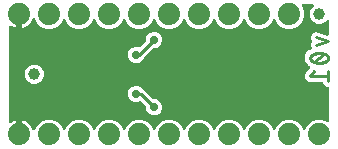
<source format=gbl>
G04 EAGLE Gerber RS-274X export*
G75*
%MOMM*%
%FSLAX34Y34*%
%LPD*%
%INBottom Copper*%
%IPPOS*%
%AMOC8*
5,1,8,0,0,1.08239X$1,22.5*%
G01*
%ADD10C,0.279400*%
%ADD11C,1.000000*%
%ADD12C,1.879600*%
%ADD13C,0.736600*%
%ADD14C,0.660400*%
%ADD15C,0.254000*%

G36*
X14088Y12716D02*
X14088Y12716D01*
X14207Y12723D01*
X14245Y12736D01*
X14285Y12741D01*
X14396Y12785D01*
X14509Y12821D01*
X14544Y12843D01*
X14581Y12858D01*
X14677Y12928D01*
X14778Y12991D01*
X14806Y13021D01*
X14839Y13045D01*
X14914Y13136D01*
X14996Y13223D01*
X15016Y13258D01*
X15041Y13290D01*
X15092Y13397D01*
X15150Y13502D01*
X15160Y13541D01*
X15177Y13577D01*
X15199Y13694D01*
X15229Y13809D01*
X15233Y13870D01*
X15237Y13890D01*
X15235Y13910D01*
X15239Y13970D01*
X15239Y24385D01*
X15496Y24345D01*
X17283Y23764D01*
X18957Y22911D01*
X20478Y21806D01*
X21806Y20478D01*
X22911Y18957D01*
X23764Y17283D01*
X23915Y16818D01*
X23928Y16791D01*
X23935Y16762D01*
X23995Y16648D01*
X24050Y16530D01*
X24069Y16507D01*
X24083Y16481D01*
X24170Y16385D01*
X24253Y16285D01*
X24277Y16268D01*
X24297Y16246D01*
X24406Y16174D01*
X24510Y16098D01*
X24538Y16087D01*
X24563Y16071D01*
X24686Y16029D01*
X24806Y15981D01*
X24836Y15977D01*
X24864Y15968D01*
X24993Y15957D01*
X25121Y15941D01*
X25151Y15945D01*
X25181Y15942D01*
X25309Y15965D01*
X25437Y15981D01*
X25465Y15992D01*
X25494Y15997D01*
X25612Y16050D01*
X25733Y16098D01*
X25757Y16115D01*
X25784Y16127D01*
X25885Y16208D01*
X25990Y16284D01*
X26009Y16307D01*
X26033Y16326D01*
X26111Y16430D01*
X26193Y16529D01*
X26206Y16556D01*
X26224Y16580D01*
X26295Y16725D01*
X27548Y19750D01*
X31050Y23252D01*
X35624Y25147D01*
X40576Y25147D01*
X45150Y23252D01*
X48652Y19750D01*
X49627Y17395D01*
X49696Y17275D01*
X49761Y17152D01*
X49775Y17137D01*
X49785Y17119D01*
X49882Y17019D01*
X49975Y16916D01*
X49992Y16905D01*
X50006Y16891D01*
X50125Y16818D01*
X50241Y16742D01*
X50260Y16735D01*
X50277Y16724D01*
X50410Y16684D01*
X50542Y16638D01*
X50562Y16637D01*
X50581Y16631D01*
X50720Y16624D01*
X50859Y16613D01*
X50879Y16617D01*
X50899Y16616D01*
X51035Y16644D01*
X51172Y16668D01*
X51191Y16676D01*
X51210Y16680D01*
X51336Y16741D01*
X51462Y16798D01*
X51478Y16811D01*
X51496Y16820D01*
X51602Y16910D01*
X51710Y16997D01*
X51723Y17013D01*
X51738Y17026D01*
X51818Y17140D01*
X51902Y17251D01*
X51914Y17276D01*
X51921Y17286D01*
X51928Y17305D01*
X51973Y17395D01*
X52948Y19750D01*
X56450Y23252D01*
X61024Y25147D01*
X65976Y25147D01*
X70550Y23252D01*
X74052Y19750D01*
X75027Y17395D01*
X75096Y17275D01*
X75161Y17152D01*
X75175Y17137D01*
X75185Y17119D01*
X75282Y17019D01*
X75375Y16916D01*
X75392Y16905D01*
X75406Y16891D01*
X75525Y16818D01*
X75641Y16742D01*
X75660Y16735D01*
X75677Y16724D01*
X75810Y16684D01*
X75942Y16638D01*
X75962Y16637D01*
X75981Y16631D01*
X76120Y16624D01*
X76259Y16613D01*
X76279Y16617D01*
X76299Y16616D01*
X76435Y16644D01*
X76572Y16668D01*
X76591Y16676D01*
X76610Y16680D01*
X76736Y16741D01*
X76862Y16798D01*
X76878Y16811D01*
X76896Y16820D01*
X77002Y16910D01*
X77110Y16997D01*
X77123Y17013D01*
X77138Y17026D01*
X77218Y17140D01*
X77302Y17251D01*
X77314Y17276D01*
X77321Y17286D01*
X77328Y17305D01*
X77373Y17395D01*
X78348Y19750D01*
X81850Y23252D01*
X86424Y25147D01*
X91376Y25147D01*
X95950Y23252D01*
X99452Y19750D01*
X100427Y17395D01*
X100496Y17275D01*
X100561Y17152D01*
X100575Y17137D01*
X100585Y17119D01*
X100682Y17019D01*
X100775Y16916D01*
X100792Y16905D01*
X100806Y16891D01*
X100925Y16818D01*
X101041Y16742D01*
X101060Y16735D01*
X101077Y16724D01*
X101210Y16684D01*
X101342Y16638D01*
X101362Y16637D01*
X101381Y16631D01*
X101520Y16624D01*
X101659Y16613D01*
X101679Y16617D01*
X101699Y16616D01*
X101835Y16644D01*
X101972Y16668D01*
X101991Y16676D01*
X102010Y16680D01*
X102136Y16741D01*
X102262Y16798D01*
X102278Y16811D01*
X102296Y16820D01*
X102402Y16910D01*
X102510Y16997D01*
X102523Y17013D01*
X102538Y17026D01*
X102618Y17140D01*
X102702Y17251D01*
X102714Y17276D01*
X102721Y17286D01*
X102728Y17305D01*
X102773Y17395D01*
X103748Y19750D01*
X107250Y23252D01*
X111824Y25147D01*
X116776Y25147D01*
X121350Y23252D01*
X124852Y19750D01*
X125827Y17395D01*
X125896Y17275D01*
X125961Y17152D01*
X125975Y17137D01*
X125985Y17119D01*
X126082Y17019D01*
X126175Y16916D01*
X126192Y16905D01*
X126206Y16891D01*
X126325Y16818D01*
X126441Y16742D01*
X126460Y16735D01*
X126477Y16724D01*
X126610Y16684D01*
X126742Y16638D01*
X126762Y16637D01*
X126781Y16631D01*
X126920Y16624D01*
X127059Y16613D01*
X127079Y16617D01*
X127099Y16616D01*
X127235Y16644D01*
X127372Y16668D01*
X127391Y16676D01*
X127410Y16680D01*
X127536Y16741D01*
X127662Y16798D01*
X127678Y16811D01*
X127696Y16820D01*
X127802Y16910D01*
X127910Y16997D01*
X127923Y17013D01*
X127938Y17026D01*
X128018Y17140D01*
X128102Y17251D01*
X128114Y17276D01*
X128121Y17286D01*
X128128Y17305D01*
X128173Y17395D01*
X129148Y19750D01*
X132650Y23252D01*
X137224Y25147D01*
X142176Y25147D01*
X146750Y23252D01*
X150252Y19750D01*
X151227Y17395D01*
X151296Y17275D01*
X151361Y17152D01*
X151375Y17137D01*
X151385Y17119D01*
X151482Y17019D01*
X151575Y16916D01*
X151592Y16905D01*
X151606Y16891D01*
X151725Y16818D01*
X151841Y16742D01*
X151860Y16735D01*
X151877Y16724D01*
X152010Y16684D01*
X152142Y16638D01*
X152162Y16637D01*
X152181Y16631D01*
X152320Y16624D01*
X152459Y16613D01*
X152479Y16617D01*
X152499Y16616D01*
X152635Y16644D01*
X152772Y16668D01*
X152791Y16676D01*
X152810Y16680D01*
X152936Y16741D01*
X153062Y16798D01*
X153078Y16811D01*
X153096Y16820D01*
X153202Y16910D01*
X153310Y16997D01*
X153323Y17013D01*
X153338Y17026D01*
X153418Y17140D01*
X153502Y17251D01*
X153514Y17276D01*
X153521Y17286D01*
X153528Y17305D01*
X153573Y17395D01*
X154548Y19750D01*
X158050Y23252D01*
X162624Y25147D01*
X167576Y25147D01*
X172150Y23252D01*
X175652Y19750D01*
X176627Y17395D01*
X176696Y17275D01*
X176761Y17152D01*
X176775Y17137D01*
X176785Y17119D01*
X176882Y17019D01*
X176975Y16916D01*
X176992Y16905D01*
X177006Y16891D01*
X177125Y16818D01*
X177241Y16742D01*
X177260Y16735D01*
X177277Y16724D01*
X177410Y16684D01*
X177542Y16638D01*
X177562Y16637D01*
X177581Y16631D01*
X177720Y16624D01*
X177859Y16613D01*
X177879Y16617D01*
X177899Y16616D01*
X178035Y16644D01*
X178172Y16668D01*
X178191Y16676D01*
X178210Y16680D01*
X178336Y16741D01*
X178462Y16798D01*
X178478Y16811D01*
X178496Y16820D01*
X178602Y16910D01*
X178710Y16997D01*
X178723Y17013D01*
X178738Y17026D01*
X178818Y17140D01*
X178902Y17251D01*
X178914Y17276D01*
X178921Y17286D01*
X178928Y17305D01*
X178973Y17395D01*
X179948Y19750D01*
X183450Y23252D01*
X188024Y25147D01*
X192976Y25147D01*
X197550Y23252D01*
X201052Y19750D01*
X202027Y17395D01*
X202096Y17275D01*
X202161Y17152D01*
X202175Y17137D01*
X202185Y17119D01*
X202282Y17019D01*
X202375Y16916D01*
X202392Y16905D01*
X202406Y16891D01*
X202525Y16818D01*
X202641Y16742D01*
X202660Y16735D01*
X202677Y16724D01*
X202810Y16684D01*
X202942Y16638D01*
X202962Y16637D01*
X202981Y16631D01*
X203120Y16624D01*
X203259Y16613D01*
X203279Y16617D01*
X203299Y16616D01*
X203435Y16644D01*
X203572Y16668D01*
X203591Y16676D01*
X203610Y16680D01*
X203736Y16741D01*
X203862Y16798D01*
X203878Y16811D01*
X203896Y16820D01*
X204002Y16910D01*
X204110Y16997D01*
X204123Y17013D01*
X204138Y17026D01*
X204218Y17140D01*
X204302Y17251D01*
X204314Y17276D01*
X204321Y17286D01*
X204328Y17305D01*
X204373Y17395D01*
X205348Y19750D01*
X208850Y23252D01*
X213424Y25147D01*
X218376Y25147D01*
X222950Y23252D01*
X226452Y19750D01*
X227427Y17395D01*
X227496Y17275D01*
X227561Y17152D01*
X227575Y17137D01*
X227585Y17119D01*
X227682Y17019D01*
X227775Y16916D01*
X227792Y16905D01*
X227806Y16891D01*
X227925Y16818D01*
X228041Y16742D01*
X228060Y16735D01*
X228077Y16724D01*
X228210Y16684D01*
X228342Y16638D01*
X228362Y16637D01*
X228381Y16631D01*
X228520Y16624D01*
X228659Y16613D01*
X228679Y16617D01*
X228699Y16616D01*
X228835Y16644D01*
X228972Y16668D01*
X228991Y16676D01*
X229010Y16680D01*
X229136Y16741D01*
X229262Y16798D01*
X229278Y16811D01*
X229296Y16820D01*
X229402Y16910D01*
X229510Y16997D01*
X229523Y17013D01*
X229538Y17026D01*
X229618Y17140D01*
X229702Y17251D01*
X229714Y17276D01*
X229721Y17286D01*
X229728Y17305D01*
X229773Y17395D01*
X230748Y19750D01*
X234250Y23252D01*
X238824Y25147D01*
X243776Y25147D01*
X248350Y23252D01*
X251852Y19750D01*
X252827Y17395D01*
X252896Y17275D01*
X252961Y17152D01*
X252975Y17137D01*
X252985Y17119D01*
X253082Y17019D01*
X253175Y16916D01*
X253192Y16905D01*
X253206Y16891D01*
X253325Y16818D01*
X253441Y16742D01*
X253460Y16735D01*
X253477Y16724D01*
X253610Y16684D01*
X253742Y16638D01*
X253762Y16637D01*
X253781Y16631D01*
X253920Y16624D01*
X254059Y16613D01*
X254079Y16617D01*
X254099Y16616D01*
X254235Y16644D01*
X254372Y16668D01*
X254391Y16676D01*
X254410Y16680D01*
X254536Y16741D01*
X254662Y16798D01*
X254678Y16811D01*
X254696Y16820D01*
X254802Y16910D01*
X254910Y16997D01*
X254923Y17013D01*
X254938Y17026D01*
X255018Y17140D01*
X255102Y17251D01*
X255114Y17276D01*
X255121Y17286D01*
X255128Y17305D01*
X255173Y17395D01*
X256148Y19750D01*
X259650Y23252D01*
X264224Y25147D01*
X269176Y25147D01*
X273580Y23322D01*
X273628Y23309D01*
X273673Y23288D01*
X273781Y23267D01*
X273887Y23238D01*
X273937Y23238D01*
X273986Y23228D01*
X274095Y23235D01*
X274205Y23233D01*
X274253Y23245D01*
X274303Y23248D01*
X274407Y23282D01*
X274514Y23307D01*
X274558Y23331D01*
X274605Y23346D01*
X274698Y23405D01*
X274795Y23456D01*
X274832Y23490D01*
X274874Y23516D01*
X274949Y23596D01*
X275031Y23670D01*
X275058Y23712D01*
X275092Y23748D01*
X275145Y23844D01*
X275205Y23936D01*
X275222Y23983D01*
X275246Y24026D01*
X275273Y24133D01*
X275309Y24237D01*
X275313Y24286D01*
X275325Y24334D01*
X275335Y24495D01*
X275335Y51889D01*
X275320Y52007D01*
X275313Y52126D01*
X275300Y52164D01*
X275295Y52204D01*
X275252Y52315D01*
X275215Y52428D01*
X275193Y52462D01*
X275178Y52500D01*
X275109Y52596D01*
X275045Y52697D01*
X275015Y52725D01*
X274992Y52757D01*
X274900Y52833D01*
X274813Y52915D01*
X274778Y52934D01*
X274747Y52960D01*
X274639Y53011D01*
X274535Y53068D01*
X274495Y53079D01*
X274459Y53096D01*
X274342Y53118D01*
X274227Y53148D01*
X274167Y53152D01*
X274147Y53156D01*
X274126Y53154D01*
X274066Y53158D01*
X272352Y53158D01*
X269747Y55762D01*
X269747Y56052D01*
X269732Y56170D01*
X269725Y56289D01*
X269712Y56327D01*
X269707Y56367D01*
X269664Y56478D01*
X269627Y56591D01*
X269605Y56625D01*
X269590Y56663D01*
X269521Y56759D01*
X269457Y56860D01*
X269427Y56887D01*
X269404Y56920D01*
X269312Y56996D01*
X269225Y57078D01*
X269190Y57097D01*
X269159Y57123D01*
X269051Y57174D01*
X268947Y57231D01*
X268907Y57241D01*
X268871Y57259D01*
X268754Y57281D01*
X268639Y57311D01*
X268579Y57314D01*
X268559Y57318D01*
X268538Y57317D01*
X268478Y57321D01*
X259523Y57321D01*
X259509Y57319D01*
X259383Y57313D01*
X257835Y57141D01*
X257724Y57209D01*
X257696Y57217D01*
X257671Y57231D01*
X257545Y57264D01*
X257420Y57302D01*
X257391Y57303D01*
X257380Y57306D01*
X256287Y58399D01*
X256276Y58408D01*
X256183Y58493D01*
X254966Y59466D01*
X254935Y59592D01*
X254922Y59618D01*
X254914Y59646D01*
X254848Y59758D01*
X254787Y59873D01*
X254767Y59895D01*
X254761Y59904D01*
X254761Y61450D01*
X254759Y61464D01*
X254754Y61590D01*
X254581Y63139D01*
X254649Y63250D01*
X254658Y63277D01*
X254672Y63303D01*
X254704Y63429D01*
X254742Y63554D01*
X254744Y63583D01*
X254747Y63593D01*
X255840Y64687D01*
X255849Y64698D01*
X255933Y64791D01*
X259094Y68742D01*
X259104Y68758D01*
X259117Y68772D01*
X259187Y68893D01*
X259260Y69013D01*
X259265Y69031D01*
X259275Y69048D01*
X259312Y69183D01*
X259353Y69317D01*
X259354Y69336D01*
X259359Y69354D01*
X259361Y69494D01*
X259368Y69635D01*
X259364Y69653D01*
X259364Y69672D01*
X259332Y69808D01*
X259303Y69946D01*
X259295Y69963D01*
X259291Y69982D01*
X259225Y70105D01*
X259163Y70232D01*
X259151Y70246D01*
X259142Y70263D01*
X259048Y70367D01*
X258957Y70473D01*
X258941Y70484D01*
X258929Y70498D01*
X258811Y70576D01*
X258697Y70656D01*
X258679Y70663D01*
X258663Y70673D01*
X258514Y70735D01*
X257565Y71061D01*
X254761Y74986D01*
X254761Y79810D01*
X257565Y83735D01*
X259442Y84378D01*
X259544Y84429D01*
X259649Y84471D01*
X259686Y84498D01*
X259728Y84519D01*
X259814Y84592D01*
X259906Y84660D01*
X259935Y84695D01*
X259969Y84725D01*
X260035Y84818D01*
X260107Y84906D01*
X260126Y84948D01*
X260152Y84985D01*
X260192Y85092D01*
X260240Y85195D01*
X260248Y85240D01*
X260265Y85283D01*
X260277Y85396D01*
X260298Y85508D01*
X260294Y85553D01*
X260300Y85599D01*
X260284Y85711D01*
X260276Y85825D01*
X260258Y85893D01*
X260255Y85914D01*
X260248Y85931D01*
X260235Y85981D01*
X259402Y88477D01*
X260613Y90898D01*
X260623Y90926D01*
X260638Y90952D01*
X260676Y91076D01*
X260719Y91198D01*
X260721Y91228D01*
X260730Y91257D01*
X260735Y91386D01*
X260746Y91515D01*
X260741Y91544D01*
X260743Y91574D01*
X260715Y91701D01*
X260694Y91829D01*
X260682Y91856D01*
X260676Y91885D01*
X260613Y92034D01*
X259402Y94455D01*
X260567Y97949D01*
X263861Y99596D01*
X273665Y96328D01*
X273669Y96327D01*
X273673Y96325D01*
X273823Y96297D01*
X273977Y96266D01*
X273981Y96267D01*
X273986Y96266D01*
X274138Y96275D01*
X274294Y96284D01*
X274298Y96285D01*
X274303Y96285D01*
X274449Y96333D01*
X274597Y96380D01*
X274601Y96382D01*
X274605Y96383D01*
X274736Y96466D01*
X274867Y96548D01*
X274870Y96551D01*
X274874Y96554D01*
X274980Y96666D01*
X275087Y96778D01*
X275089Y96782D01*
X275092Y96785D01*
X275166Y96919D01*
X275242Y97055D01*
X275243Y97060D01*
X275246Y97064D01*
X275284Y97211D01*
X275324Y97363D01*
X275324Y97367D01*
X275325Y97372D01*
X275335Y97532D01*
X275335Y108488D01*
X275318Y108626D01*
X275305Y108765D01*
X275298Y108784D01*
X275295Y108804D01*
X275244Y108933D01*
X275197Y109064D01*
X275186Y109081D01*
X275178Y109100D01*
X275097Y109212D01*
X275019Y109327D01*
X275003Y109341D01*
X274992Y109357D01*
X274884Y109446D01*
X274780Y109538D01*
X274762Y109547D01*
X274747Y109560D01*
X274621Y109619D01*
X274497Y109682D01*
X274477Y109687D01*
X274459Y109695D01*
X274323Y109721D01*
X274187Y109752D01*
X274166Y109751D01*
X274147Y109755D01*
X274008Y109746D01*
X273869Y109742D01*
X273849Y109737D01*
X273829Y109735D01*
X273697Y109693D01*
X273563Y109654D01*
X273546Y109644D01*
X273527Y109637D01*
X273409Y109563D01*
X273289Y109492D01*
X273268Y109474D01*
X273258Y109467D01*
X273244Y109452D01*
X273169Y109386D01*
X271259Y107477D01*
X268301Y106251D01*
X265099Y106251D01*
X262141Y107477D01*
X259877Y109741D01*
X258651Y112699D01*
X258651Y115901D01*
X259877Y118859D01*
X261786Y120769D01*
X261871Y120878D01*
X261960Y120985D01*
X261968Y121004D01*
X261981Y121020D01*
X262036Y121148D01*
X262095Y121273D01*
X262099Y121293D01*
X262107Y121312D01*
X262129Y121450D01*
X262155Y121586D01*
X262154Y121606D01*
X262157Y121626D01*
X262144Y121765D01*
X262135Y121903D01*
X262129Y121922D01*
X262127Y121942D01*
X262080Y122074D01*
X262037Y122205D01*
X262026Y122223D01*
X262020Y122242D01*
X261942Y122357D01*
X261867Y122474D01*
X261852Y122488D01*
X261841Y122505D01*
X261737Y122597D01*
X261636Y122692D01*
X261618Y122702D01*
X261603Y122715D01*
X261478Y122779D01*
X261357Y122846D01*
X261337Y122851D01*
X261319Y122860D01*
X261184Y122890D01*
X261049Y122925D01*
X261021Y122927D01*
X261009Y122930D01*
X260989Y122929D01*
X260888Y122935D01*
X253095Y122935D01*
X253046Y122929D01*
X252996Y122931D01*
X252889Y122909D01*
X252779Y122895D01*
X252733Y122877D01*
X252685Y122867D01*
X252586Y122819D01*
X252484Y122778D01*
X252444Y122749D01*
X252399Y122727D01*
X252315Y122656D01*
X252226Y122592D01*
X252195Y122553D01*
X252157Y122521D01*
X252094Y122431D01*
X252024Y122347D01*
X252002Y122302D01*
X251974Y122261D01*
X251935Y122158D01*
X251888Y122059D01*
X251879Y122010D01*
X251861Y121964D01*
X251849Y121854D01*
X251828Y121747D01*
X251831Y121697D01*
X251826Y121648D01*
X251841Y121539D01*
X251848Y121429D01*
X251863Y121382D01*
X251870Y121333D01*
X251922Y121180D01*
X253747Y116776D01*
X253747Y111824D01*
X251852Y107250D01*
X248350Y103748D01*
X243776Y101853D01*
X238824Y101853D01*
X234250Y103748D01*
X230748Y107250D01*
X229773Y109605D01*
X229704Y109725D01*
X229639Y109848D01*
X229625Y109863D01*
X229615Y109881D01*
X229518Y109981D01*
X229425Y110084D01*
X229408Y110095D01*
X229394Y110109D01*
X229276Y110182D01*
X229159Y110258D01*
X229140Y110265D01*
X229123Y110276D01*
X228990Y110316D01*
X228858Y110362D01*
X228838Y110363D01*
X228819Y110369D01*
X228680Y110376D01*
X228541Y110387D01*
X228521Y110383D01*
X228501Y110384D01*
X228365Y110356D01*
X228228Y110332D01*
X228209Y110324D01*
X228190Y110320D01*
X228065Y110259D01*
X227938Y110202D01*
X227922Y110189D01*
X227904Y110180D01*
X227798Y110090D01*
X227690Y110003D01*
X227677Y109987D01*
X227662Y109974D01*
X227582Y109860D01*
X227498Y109749D01*
X227486Y109724D01*
X227479Y109714D01*
X227472Y109695D01*
X227427Y109605D01*
X226452Y107250D01*
X222950Y103748D01*
X218376Y101853D01*
X213424Y101853D01*
X208850Y103748D01*
X205348Y107250D01*
X204373Y109605D01*
X204304Y109725D01*
X204239Y109848D01*
X204225Y109863D01*
X204215Y109881D01*
X204118Y109981D01*
X204025Y110084D01*
X204008Y110095D01*
X203994Y110109D01*
X203876Y110182D01*
X203759Y110258D01*
X203740Y110265D01*
X203723Y110276D01*
X203590Y110316D01*
X203458Y110362D01*
X203438Y110363D01*
X203419Y110369D01*
X203280Y110376D01*
X203141Y110387D01*
X203121Y110383D01*
X203101Y110384D01*
X202965Y110356D01*
X202828Y110332D01*
X202809Y110324D01*
X202790Y110320D01*
X202665Y110259D01*
X202538Y110202D01*
X202522Y110189D01*
X202504Y110180D01*
X202398Y110090D01*
X202290Y110003D01*
X202277Y109987D01*
X202262Y109974D01*
X202182Y109860D01*
X202098Y109749D01*
X202086Y109724D01*
X202079Y109714D01*
X202072Y109695D01*
X202027Y109605D01*
X201052Y107250D01*
X197550Y103748D01*
X192976Y101853D01*
X188024Y101853D01*
X183450Y103748D01*
X179948Y107250D01*
X178973Y109605D01*
X178904Y109725D01*
X178839Y109848D01*
X178825Y109863D01*
X178815Y109881D01*
X178718Y109981D01*
X178625Y110084D01*
X178608Y110095D01*
X178594Y110109D01*
X178476Y110182D01*
X178359Y110258D01*
X178340Y110265D01*
X178323Y110276D01*
X178190Y110316D01*
X178058Y110362D01*
X178038Y110363D01*
X178019Y110369D01*
X177880Y110376D01*
X177741Y110387D01*
X177721Y110383D01*
X177701Y110384D01*
X177565Y110356D01*
X177428Y110332D01*
X177409Y110324D01*
X177390Y110320D01*
X177265Y110259D01*
X177138Y110202D01*
X177122Y110189D01*
X177104Y110180D01*
X176998Y110090D01*
X176890Y110003D01*
X176877Y109987D01*
X176862Y109974D01*
X176782Y109860D01*
X176698Y109749D01*
X176686Y109724D01*
X176679Y109714D01*
X176672Y109695D01*
X176627Y109605D01*
X175652Y107250D01*
X172150Y103748D01*
X167576Y101853D01*
X162624Y101853D01*
X158050Y103748D01*
X154548Y107250D01*
X153573Y109605D01*
X153504Y109725D01*
X153439Y109848D01*
X153425Y109863D01*
X153415Y109881D01*
X153318Y109981D01*
X153225Y110084D01*
X153208Y110095D01*
X153194Y110109D01*
X153076Y110182D01*
X152959Y110258D01*
X152940Y110265D01*
X152923Y110276D01*
X152790Y110316D01*
X152658Y110362D01*
X152638Y110363D01*
X152619Y110369D01*
X152480Y110376D01*
X152341Y110387D01*
X152321Y110383D01*
X152301Y110384D01*
X152165Y110356D01*
X152028Y110332D01*
X152009Y110324D01*
X151990Y110320D01*
X151865Y110259D01*
X151738Y110202D01*
X151722Y110189D01*
X151704Y110180D01*
X151598Y110090D01*
X151490Y110003D01*
X151477Y109987D01*
X151462Y109974D01*
X151382Y109860D01*
X151298Y109749D01*
X151286Y109724D01*
X151279Y109714D01*
X151272Y109695D01*
X151227Y109605D01*
X150252Y107250D01*
X146750Y103748D01*
X142176Y101853D01*
X137224Y101853D01*
X132650Y103748D01*
X129148Y107250D01*
X128173Y109605D01*
X128104Y109725D01*
X128039Y109848D01*
X128025Y109863D01*
X128015Y109881D01*
X127918Y109981D01*
X127825Y110084D01*
X127808Y110095D01*
X127794Y110109D01*
X127676Y110182D01*
X127559Y110258D01*
X127540Y110265D01*
X127523Y110276D01*
X127390Y110316D01*
X127258Y110362D01*
X127238Y110363D01*
X127219Y110369D01*
X127080Y110376D01*
X126941Y110387D01*
X126921Y110383D01*
X126901Y110384D01*
X126765Y110356D01*
X126628Y110332D01*
X126609Y110324D01*
X126590Y110320D01*
X126465Y110259D01*
X126338Y110202D01*
X126322Y110189D01*
X126304Y110180D01*
X126198Y110090D01*
X126090Y110003D01*
X126077Y109987D01*
X126062Y109974D01*
X125982Y109860D01*
X125898Y109749D01*
X125886Y109724D01*
X125879Y109714D01*
X125872Y109695D01*
X125827Y109605D01*
X124852Y107250D01*
X121350Y103748D01*
X116776Y101853D01*
X111824Y101853D01*
X107250Y103748D01*
X103748Y107250D01*
X102773Y109605D01*
X102704Y109725D01*
X102639Y109848D01*
X102625Y109863D01*
X102615Y109881D01*
X102518Y109981D01*
X102425Y110084D01*
X102408Y110095D01*
X102394Y110109D01*
X102275Y110182D01*
X102159Y110258D01*
X102140Y110265D01*
X102123Y110276D01*
X101990Y110316D01*
X101858Y110362D01*
X101838Y110363D01*
X101819Y110369D01*
X101680Y110376D01*
X101541Y110387D01*
X101521Y110383D01*
X101501Y110384D01*
X101365Y110356D01*
X101228Y110332D01*
X101209Y110324D01*
X101190Y110320D01*
X101064Y110259D01*
X100938Y110202D01*
X100922Y110189D01*
X100904Y110180D01*
X100798Y110090D01*
X100690Y110003D01*
X100677Y109987D01*
X100662Y109974D01*
X100582Y109860D01*
X100498Y109749D01*
X100486Y109724D01*
X100479Y109714D01*
X100472Y109695D01*
X100427Y109605D01*
X99452Y107250D01*
X95950Y103748D01*
X91376Y101853D01*
X86424Y101853D01*
X81850Y103748D01*
X78348Y107249D01*
X77373Y109605D01*
X77304Y109726D01*
X77239Y109848D01*
X77225Y109863D01*
X77215Y109881D01*
X77118Y109981D01*
X77025Y110084D01*
X77008Y110095D01*
X76994Y110109D01*
X76876Y110182D01*
X76759Y110258D01*
X76740Y110265D01*
X76723Y110276D01*
X76590Y110316D01*
X76458Y110362D01*
X76438Y110363D01*
X76419Y110369D01*
X76280Y110376D01*
X76141Y110387D01*
X76121Y110383D01*
X76101Y110384D01*
X75965Y110356D01*
X75828Y110332D01*
X75809Y110324D01*
X75790Y110320D01*
X75665Y110259D01*
X75538Y110202D01*
X75522Y110189D01*
X75504Y110180D01*
X75398Y110090D01*
X75290Y110003D01*
X75277Y109987D01*
X75262Y109974D01*
X75182Y109860D01*
X75098Y109749D01*
X75086Y109724D01*
X75079Y109714D01*
X75072Y109695D01*
X75027Y109605D01*
X74052Y107250D01*
X70550Y103748D01*
X65976Y101853D01*
X61024Y101853D01*
X56450Y103748D01*
X52948Y107249D01*
X51973Y109605D01*
X51904Y109726D01*
X51839Y109848D01*
X51825Y109863D01*
X51815Y109881D01*
X51718Y109981D01*
X51625Y110084D01*
X51608Y110095D01*
X51594Y110109D01*
X51476Y110182D01*
X51359Y110258D01*
X51340Y110265D01*
X51323Y110276D01*
X51190Y110316D01*
X51058Y110362D01*
X51038Y110363D01*
X51019Y110369D01*
X50880Y110376D01*
X50741Y110387D01*
X50721Y110383D01*
X50701Y110384D01*
X50565Y110356D01*
X50428Y110332D01*
X50409Y110324D01*
X50390Y110320D01*
X50265Y110259D01*
X50138Y110202D01*
X50122Y110189D01*
X50104Y110180D01*
X49998Y110090D01*
X49890Y110003D01*
X49877Y109987D01*
X49862Y109974D01*
X49782Y109860D01*
X49698Y109749D01*
X49686Y109724D01*
X49679Y109714D01*
X49672Y109695D01*
X49627Y109605D01*
X48652Y107250D01*
X45150Y103748D01*
X40576Y101853D01*
X35624Y101853D01*
X31050Y103748D01*
X27548Y107250D01*
X26295Y110275D01*
X26280Y110301D01*
X26271Y110330D01*
X26201Y110439D01*
X26137Y110552D01*
X26116Y110573D01*
X26100Y110598D01*
X26006Y110687D01*
X25916Y110780D01*
X25890Y110796D01*
X25869Y110816D01*
X25755Y110879D01*
X25645Y110946D01*
X25616Y110955D01*
X25590Y110969D01*
X25465Y111002D01*
X25341Y111040D01*
X25311Y111041D01*
X25282Y111049D01*
X25152Y111049D01*
X25023Y111055D01*
X24994Y111049D01*
X24964Y111049D01*
X24839Y111017D01*
X24712Y110991D01*
X24685Y110978D01*
X24656Y110970D01*
X24543Y110908D01*
X24426Y110851D01*
X24403Y110832D01*
X24377Y110817D01*
X24283Y110729D01*
X24184Y110645D01*
X24167Y110620D01*
X24145Y110600D01*
X24076Y110491D01*
X24001Y110385D01*
X23990Y110357D01*
X23974Y110331D01*
X23915Y110182D01*
X23764Y109717D01*
X22911Y108043D01*
X21806Y106522D01*
X20478Y105194D01*
X18957Y104089D01*
X17283Y103236D01*
X15496Y102655D01*
X15239Y102615D01*
X15239Y113030D01*
X15224Y113148D01*
X15217Y113267D01*
X15204Y113305D01*
X15199Y113345D01*
X15156Y113456D01*
X15119Y113569D01*
X15097Y113603D01*
X15082Y113641D01*
X15012Y113737D01*
X14949Y113838D01*
X14919Y113866D01*
X14895Y113898D01*
X14804Y113974D01*
X14717Y114056D01*
X14682Y114075D01*
X14651Y114101D01*
X14543Y114152D01*
X14439Y114209D01*
X14399Y114220D01*
X14363Y114237D01*
X14246Y114259D01*
X14131Y114289D01*
X14070Y114293D01*
X14050Y114297D01*
X14030Y114295D01*
X13970Y114299D01*
X11430Y114299D01*
X11312Y114284D01*
X11193Y114277D01*
X11155Y114264D01*
X11114Y114259D01*
X11004Y114215D01*
X10891Y114179D01*
X10856Y114157D01*
X10819Y114142D01*
X10723Y114072D01*
X10622Y114009D01*
X10594Y113979D01*
X10561Y113955D01*
X10486Y113864D01*
X10404Y113777D01*
X10384Y113742D01*
X10359Y113710D01*
X10308Y113603D01*
X10250Y113498D01*
X10240Y113459D01*
X10223Y113423D01*
X10201Y113306D01*
X10171Y113191D01*
X10167Y113130D01*
X10163Y113110D01*
X10165Y113090D01*
X10161Y113030D01*
X10161Y102615D01*
X9904Y102655D01*
X8117Y103236D01*
X6443Y104089D01*
X6080Y104353D01*
X6045Y104372D01*
X6015Y104397D01*
X5906Y104448D01*
X5801Y104506D01*
X5763Y104516D01*
X5727Y104533D01*
X5609Y104555D01*
X5493Y104585D01*
X5454Y104585D01*
X5414Y104592D01*
X5295Y104585D01*
X5175Y104585D01*
X5137Y104575D01*
X5097Y104573D01*
X4983Y104536D01*
X4867Y104506D01*
X4832Y104487D01*
X4795Y104475D01*
X4694Y104411D01*
X4589Y104353D01*
X4559Y104326D01*
X4526Y104305D01*
X4444Y104217D01*
X4357Y104135D01*
X4335Y104102D01*
X4308Y104073D01*
X4250Y103968D01*
X4186Y103867D01*
X4174Y103829D01*
X4154Y103794D01*
X4125Y103679D01*
X4087Y103565D01*
X4085Y103525D01*
X4075Y103486D01*
X4065Y103326D01*
X4065Y23674D01*
X4070Y23635D01*
X4067Y23595D01*
X4090Y23477D01*
X4105Y23359D01*
X4119Y23322D01*
X4127Y23283D01*
X4178Y23174D01*
X4222Y23063D01*
X4245Y23031D01*
X4262Y22995D01*
X4338Y22903D01*
X4408Y22806D01*
X4439Y22780D01*
X4464Y22750D01*
X4561Y22679D01*
X4653Y22603D01*
X4689Y22586D01*
X4722Y22562D01*
X4833Y22518D01*
X4941Y22467D01*
X4980Y22460D01*
X5017Y22445D01*
X5136Y22430D01*
X5253Y22408D01*
X5293Y22410D01*
X5333Y22405D01*
X5452Y22420D01*
X5571Y22427D01*
X5609Y22440D01*
X5648Y22445D01*
X5760Y22488D01*
X5873Y22525D01*
X5907Y22547D01*
X5944Y22561D01*
X6080Y22647D01*
X6443Y22911D01*
X8117Y23764D01*
X9904Y24345D01*
X10161Y24385D01*
X10161Y13970D01*
X10176Y13852D01*
X10183Y13733D01*
X10196Y13695D01*
X10201Y13655D01*
X10244Y13544D01*
X10281Y13431D01*
X10303Y13397D01*
X10318Y13359D01*
X10388Y13263D01*
X10451Y13162D01*
X10481Y13134D01*
X10504Y13102D01*
X10596Y13026D01*
X10683Y12944D01*
X10718Y12925D01*
X10749Y12899D01*
X10857Y12848D01*
X10961Y12791D01*
X11001Y12780D01*
X11037Y12763D01*
X11154Y12741D01*
X11269Y12711D01*
X11330Y12707D01*
X11350Y12703D01*
X11370Y12705D01*
X11430Y12701D01*
X13970Y12701D01*
X14088Y12716D01*
G37*
%LPC*%
G36*
X110421Y73278D02*
X110421Y73278D01*
X107947Y74303D01*
X106053Y76197D01*
X105028Y78671D01*
X105028Y81349D01*
X106053Y83823D01*
X107947Y85717D01*
X110421Y86742D01*
X113099Y86742D01*
X113606Y86532D01*
X113635Y86524D01*
X113661Y86511D01*
X113788Y86482D01*
X113913Y86448D01*
X113942Y86447D01*
X113971Y86441D01*
X114101Y86445D01*
X114231Y86443D01*
X114259Y86450D01*
X114289Y86451D01*
X114414Y86487D01*
X114540Y86517D01*
X114566Y86531D01*
X114594Y86539D01*
X114706Y86605D01*
X114821Y86666D01*
X114843Y86686D01*
X114868Y86700D01*
X114989Y86807D01*
X119897Y91714D01*
X119957Y91792D01*
X120025Y91865D01*
X120054Y91918D01*
X120091Y91965D01*
X120131Y92056D01*
X120179Y92143D01*
X120194Y92202D01*
X120218Y92257D01*
X120233Y92355D01*
X120258Y92451D01*
X120264Y92551D01*
X120268Y92571D01*
X120266Y92584D01*
X120268Y92612D01*
X120268Y94049D01*
X121293Y96523D01*
X123187Y98417D01*
X125661Y99442D01*
X128339Y99442D01*
X130813Y98417D01*
X132707Y96523D01*
X133732Y94049D01*
X133732Y91371D01*
X132707Y88897D01*
X130813Y87003D01*
X128339Y85978D01*
X126902Y85978D01*
X126803Y85966D01*
X126704Y85963D01*
X126646Y85946D01*
X126586Y85938D01*
X126494Y85902D01*
X126399Y85874D01*
X126347Y85844D01*
X126290Y85821D01*
X126210Y85763D01*
X126125Y85713D01*
X126050Y85647D01*
X126033Y85635D01*
X126025Y85625D01*
X126004Y85607D01*
X118262Y77865D01*
X118257Y77857D01*
X118249Y77852D01*
X118159Y77732D01*
X118067Y77613D01*
X118064Y77605D01*
X118058Y77598D01*
X117987Y77453D01*
X117467Y76197D01*
X115573Y74303D01*
X113099Y73278D01*
X110421Y73278D01*
G37*
%LPD*%
%LPC*%
G36*
X125661Y28828D02*
X125661Y28828D01*
X123187Y29853D01*
X121293Y31747D01*
X120268Y34221D01*
X120268Y35658D01*
X120256Y35757D01*
X120253Y35856D01*
X120236Y35914D01*
X120228Y35974D01*
X120192Y36066D01*
X120164Y36161D01*
X120134Y36213D01*
X120111Y36270D01*
X120053Y36350D01*
X120003Y36435D01*
X119937Y36510D01*
X119925Y36527D01*
X119915Y36535D01*
X119897Y36556D01*
X115887Y40565D01*
X115864Y40583D01*
X115845Y40606D01*
X115739Y40680D01*
X115636Y40760D01*
X115609Y40772D01*
X115585Y40789D01*
X115463Y40835D01*
X115344Y40886D01*
X115315Y40891D01*
X115287Y40901D01*
X115158Y40916D01*
X115030Y40936D01*
X115001Y40933D01*
X114971Y40937D01*
X114843Y40919D01*
X114713Y40906D01*
X114686Y40896D01*
X114656Y40892D01*
X114504Y40840D01*
X113099Y40258D01*
X110421Y40258D01*
X107947Y41283D01*
X106053Y43177D01*
X105028Y45651D01*
X105028Y48329D01*
X106053Y50803D01*
X107947Y52697D01*
X110421Y53722D01*
X113099Y53722D01*
X115573Y52697D01*
X116590Y51680D01*
X116668Y51620D01*
X116740Y51552D01*
X116793Y51523D01*
X116841Y51486D01*
X116932Y51446D01*
X117019Y51398D01*
X117077Y51383D01*
X117133Y51359D01*
X117231Y51344D01*
X117326Y51319D01*
X117350Y51317D01*
X126004Y42663D01*
X126082Y42603D01*
X126155Y42535D01*
X126208Y42506D01*
X126255Y42469D01*
X126346Y42429D01*
X126433Y42381D01*
X126492Y42366D01*
X126547Y42342D01*
X126645Y42327D01*
X126741Y42302D01*
X126841Y42296D01*
X126861Y42292D01*
X126874Y42294D01*
X126902Y42292D01*
X128339Y42292D01*
X130813Y41267D01*
X132707Y39373D01*
X133732Y36899D01*
X133732Y34221D01*
X132707Y31747D01*
X130813Y29853D01*
X128339Y28828D01*
X125661Y28828D01*
G37*
%LPD*%
%LPC*%
G36*
X23799Y55451D02*
X23799Y55451D01*
X20841Y56677D01*
X18577Y58941D01*
X17351Y61899D01*
X17351Y65101D01*
X18577Y68059D01*
X20841Y70323D01*
X23799Y71549D01*
X27001Y71549D01*
X29959Y70323D01*
X32223Y68059D01*
X33449Y65101D01*
X33449Y61899D01*
X32223Y58941D01*
X29959Y56677D01*
X27001Y55451D01*
X23799Y55451D01*
G37*
%LPD*%
D10*
X264202Y94796D02*
X274193Y91466D01*
X264202Y88136D01*
X266700Y81561D02*
X266405Y81557D01*
X266111Y81547D01*
X265816Y81529D01*
X265522Y81505D01*
X265229Y81473D01*
X264937Y81435D01*
X264646Y81389D01*
X264356Y81336D01*
X264067Y81277D01*
X263780Y81211D01*
X263494Y81138D01*
X263210Y81058D01*
X262928Y80971D01*
X262649Y80878D01*
X262371Y80778D01*
X262097Y80671D01*
X261824Y80558D01*
X261555Y80438D01*
X261288Y80312D01*
X261185Y80274D01*
X261084Y80233D01*
X260985Y80189D01*
X260886Y80141D01*
X260790Y80090D01*
X260696Y80035D01*
X260603Y79977D01*
X260513Y79916D01*
X260425Y79851D01*
X260339Y79784D01*
X260256Y79713D01*
X260175Y79640D01*
X260097Y79564D01*
X260021Y79485D01*
X259949Y79403D01*
X259879Y79319D01*
X259813Y79232D01*
X259749Y79144D01*
X259689Y79053D01*
X259632Y78959D01*
X259578Y78864D01*
X259528Y78767D01*
X259481Y78669D01*
X259438Y78569D01*
X259398Y78467D01*
X259362Y78364D01*
X259330Y78260D01*
X259301Y78154D01*
X259276Y78048D01*
X259255Y77941D01*
X259238Y77833D01*
X259224Y77725D01*
X259215Y77616D01*
X259209Y77507D01*
X259207Y77398D01*
X259209Y77289D01*
X259215Y77180D01*
X259224Y77071D01*
X259238Y76963D01*
X259255Y76855D01*
X259276Y76748D01*
X259301Y76641D01*
X259330Y76536D01*
X259362Y76432D01*
X259398Y76329D01*
X259438Y76227D01*
X259481Y76127D01*
X259528Y76028D01*
X259579Y75931D01*
X259632Y75836D01*
X259689Y75743D01*
X259750Y75652D01*
X259813Y75563D01*
X259880Y75477D01*
X259949Y75392D01*
X260022Y75311D01*
X260097Y75232D01*
X260175Y75155D01*
X260256Y75082D01*
X260339Y75011D01*
X260425Y74944D01*
X260513Y74879D01*
X260604Y74818D01*
X260696Y74760D01*
X260791Y74705D01*
X260887Y74654D01*
X260985Y74606D01*
X261085Y74562D01*
X261186Y74521D01*
X261289Y74484D01*
X261288Y74484D02*
X261555Y74358D01*
X261824Y74238D01*
X262097Y74125D01*
X262371Y74018D01*
X262649Y73918D01*
X262928Y73825D01*
X263210Y73738D01*
X263494Y73658D01*
X263780Y73585D01*
X264067Y73519D01*
X264356Y73460D01*
X264646Y73407D01*
X264937Y73361D01*
X265229Y73323D01*
X265522Y73291D01*
X265816Y73267D01*
X266111Y73249D01*
X266405Y73239D01*
X266700Y73235D01*
X266700Y81561D02*
X266995Y81557D01*
X267289Y81547D01*
X267584Y81529D01*
X267878Y81505D01*
X268171Y81473D01*
X268463Y81435D01*
X268754Y81389D01*
X269044Y81336D01*
X269333Y81277D01*
X269620Y81211D01*
X269906Y81138D01*
X270190Y81058D01*
X270472Y80971D01*
X270751Y80878D01*
X271029Y80778D01*
X271303Y80671D01*
X271576Y80558D01*
X271845Y80438D01*
X272112Y80312D01*
X272215Y80274D01*
X272316Y80233D01*
X272415Y80189D01*
X272514Y80141D01*
X272610Y80090D01*
X272704Y80035D01*
X272797Y79977D01*
X272887Y79916D01*
X272975Y79851D01*
X273061Y79784D01*
X273144Y79713D01*
X273225Y79640D01*
X273303Y79564D01*
X273379Y79485D01*
X273451Y79403D01*
X273521Y79319D01*
X273587Y79232D01*
X273651Y79144D01*
X273711Y79053D01*
X273768Y78959D01*
X273822Y78864D01*
X273872Y78767D01*
X273919Y78669D01*
X273962Y78569D01*
X274002Y78467D01*
X274038Y78364D01*
X274070Y78260D01*
X274099Y78154D01*
X274124Y78048D01*
X274145Y77941D01*
X274162Y77833D01*
X274176Y77725D01*
X274185Y77616D01*
X274191Y77507D01*
X274193Y77398D01*
X272112Y74484D02*
X271845Y74358D01*
X271576Y74238D01*
X271303Y74125D01*
X271029Y74018D01*
X270751Y73918D01*
X270472Y73825D01*
X270190Y73738D01*
X269906Y73658D01*
X269620Y73585D01*
X269333Y73519D01*
X269044Y73460D01*
X268754Y73407D01*
X268463Y73361D01*
X268171Y73323D01*
X267878Y73291D01*
X267584Y73267D01*
X267289Y73249D01*
X266995Y73239D01*
X266700Y73235D01*
X272111Y74484D02*
X272214Y74521D01*
X272315Y74562D01*
X272415Y74606D01*
X272513Y74654D01*
X272609Y74705D01*
X272704Y74760D01*
X272796Y74818D01*
X272887Y74879D01*
X272975Y74944D01*
X273061Y75012D01*
X273144Y75082D01*
X273225Y75156D01*
X273303Y75232D01*
X273378Y75311D01*
X273451Y75392D01*
X273520Y75477D01*
X273587Y75563D01*
X273650Y75652D01*
X273711Y75743D01*
X273768Y75836D01*
X273821Y75931D01*
X273872Y76028D01*
X273919Y76127D01*
X273962Y76227D01*
X274002Y76329D01*
X274038Y76432D01*
X274070Y76536D01*
X274099Y76641D01*
X274124Y76748D01*
X274145Y76855D01*
X274162Y76963D01*
X274176Y77071D01*
X274185Y77180D01*
X274191Y77289D01*
X274193Y77398D01*
X270863Y80728D02*
X262537Y74068D01*
X262537Y65929D02*
X259207Y61767D01*
X274193Y61767D01*
X274193Y65929D02*
X274193Y57604D01*
D11*
X266700Y114300D03*
X25400Y63500D03*
D12*
X266700Y12700D03*
X241300Y12700D03*
X215900Y12700D03*
X190500Y12700D03*
X165100Y12700D03*
X139700Y12700D03*
X114300Y12700D03*
X88900Y12700D03*
X63500Y12700D03*
X38100Y12700D03*
X12700Y12700D03*
X241300Y114300D03*
X215900Y114300D03*
X190500Y114300D03*
X165100Y114300D03*
X139700Y114300D03*
X114300Y114300D03*
X88900Y114300D03*
X63500Y114300D03*
X38100Y114300D03*
X12700Y114300D03*
D13*
X114300Y63500D03*
X190500Y63500D03*
X254000Y101600D03*
X254000Y38100D03*
D14*
X165100Y63500D03*
X139700Y63500D03*
X152400Y55880D03*
X152400Y71120D03*
D13*
X180340Y41910D03*
X127000Y35560D03*
X111760Y46990D03*
D15*
X115570Y46990D01*
X127000Y35560D01*
D13*
X127000Y92710D03*
X111760Y80010D03*
D15*
X114300Y80010D01*
X127000Y92710D01*
M02*

</source>
